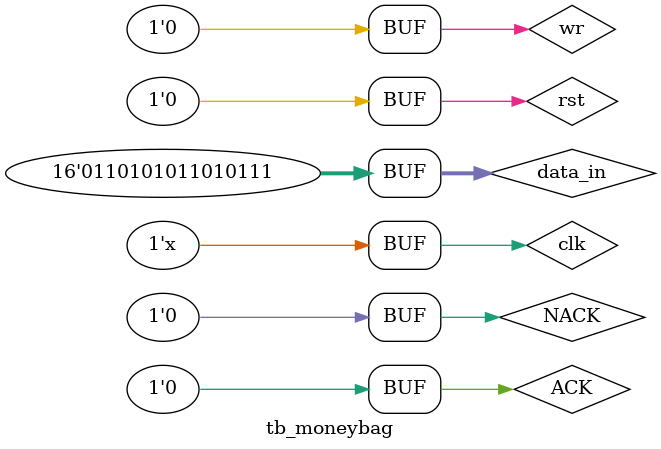
<source format=v>
`timescale 1ns / 1ps


module tb_moneybag;

	// Inputs
	reg clk;
	reg rst;
	reg wr;
	reg [15:0] data_in;
	reg ACK;
	reg NACK;

	// Outputs
	wire req;
	wire req_type;
	wire [7:0] req_content;
	wire [15:0] status;

	// Instantiate the Unit Under Test (UUT)
	money_bag uut (
		.clk(clk), 
		.rst(rst), 
		.wr(wr), 
		.data_in(data_in), 
		.ACK(ACK), 
		.NACK(NACK), 
		.req(req), 
		.req_type(req_type), 
		.req_content(req_content), 
		.status(status)
	);

	initial begin
		// Initialize Inputs
		clk = 0;
		rst = 1;
		wr = 0;
		data_in = 0;
		ACK = 0;
		NACK = 0;

		// Wait 100 ns for global reset to finish
		#10;
		rst=0;
		#10;
		wr=1; data_in=16'b0110101011010111;
		#2 wr=0;
		#4 NACK=1;
		#2 NACK=0;
		#20 ACK=1;
		#2 ACK=0;
		#20 ACK=1;
		#2 ACK=0;
		#20 NACK=1;
		#2 NACK=0;


		// Add stimulus here

	end
   	always begin
			#1 clk = ~clk;
	end
      
endmodule


</source>
